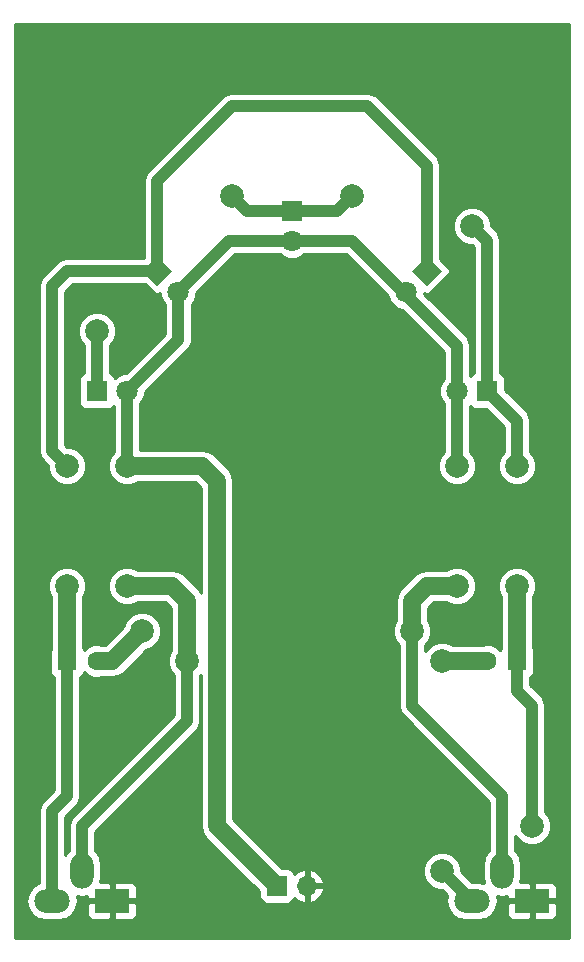
<source format=gtl>
G04 #@! TF.FileFunction,Copper,L1,Top,Signal*
%FSLAX46Y46*%
G04 Gerber Fmt 4.6, Leading zero omitted, Abs format (unit mm)*
G04 Created by KiCad (PCBNEW 4.0.5-e0-6337~49~ubuntu16.04.1) date Sat May 13 14:24:54 2017*
%MOMM*%
%LPD*%
G01*
G04 APERTURE LIST*
%ADD10C,0.100000*%
%ADD11C,1.800000*%
%ADD12R,1.800000X1.800000*%
%ADD13O,2.000000X3.000000*%
%ADD14R,3.000000X2.000000*%
%ADD15O,3.000000X2.000000*%
%ADD16C,1.998980*%
%ADD17R,1.600000X1.600000*%
%ADD18C,1.600000*%
%ADD19R,1.700000X1.700000*%
%ADD20O,1.700000X1.700000*%
%ADD21C,2.000000*%
%ADD22C,1.000000*%
%ADD23C,1.500000*%
%ADD24C,0.254000*%
G04 APERTURE END LIST*
D10*
G36*
X11427208Y57150000D02*
X12700000Y58422792D01*
X13972792Y57150000D01*
X12700000Y55877208D01*
X11427208Y57150000D01*
X11427208Y57150000D01*
G37*
D11*
X14496051Y55353949D03*
D10*
G36*
X35560000Y58422792D02*
X36832792Y57150000D01*
X35560000Y55877208D01*
X34287208Y57150000D01*
X35560000Y58422792D01*
X35560000Y58422792D01*
G37*
D11*
X33763949Y55353949D03*
D12*
X7620000Y46990000D03*
D11*
X10160000Y46990000D03*
D12*
X24130000Y62230000D03*
D11*
X24130000Y59690000D03*
D12*
X40640000Y46990000D03*
D11*
X38100000Y46990000D03*
D13*
X6350000Y6350000D03*
D14*
X8890000Y3810000D03*
D15*
X3810000Y3810000D03*
D13*
X41910000Y6350000D03*
D14*
X44450000Y3810000D03*
D15*
X39370000Y3810000D03*
D16*
X5080000Y40640000D03*
X5080000Y30480000D03*
X43180000Y40640000D03*
X43180000Y30480000D03*
X10160000Y40640000D03*
X10160000Y30480000D03*
X38100000Y40640000D03*
X38100000Y30480000D03*
D17*
X5080000Y24130000D03*
D18*
X7580000Y24130000D03*
D17*
X43180000Y24130000D03*
D18*
X40680000Y24130000D03*
D19*
X22860000Y5080000D03*
D20*
X25400000Y5080000D03*
D21*
X39370000Y60960000D03*
X29210000Y63500000D03*
X19050000Y63500000D03*
X7620000Y52070000D03*
X15240000Y24130000D03*
X36830000Y24130000D03*
X34290000Y26670000D03*
X11430000Y26670000D03*
X44450000Y10160000D03*
X36830000Y6350000D03*
D22*
X24130000Y62230000D02*
X27940000Y62230000D01*
X40640000Y59690000D02*
X40640000Y46990000D01*
X39370000Y60960000D02*
X40640000Y59690000D01*
X27940000Y62230000D02*
X29210000Y63500000D01*
X7620000Y46990000D02*
X7620000Y52070000D01*
X20320000Y62230000D02*
X24130000Y62230000D01*
X19050000Y63500000D02*
X20320000Y62230000D01*
X40640000Y46990000D02*
X43180000Y44450000D01*
X43180000Y44450000D02*
X43180000Y40640000D01*
X24130000Y59690000D02*
X18832102Y59690000D01*
X18832102Y59690000D02*
X14496051Y55353949D01*
X33763949Y55353949D02*
X33546051Y55353949D01*
X33546051Y55353949D02*
X29210000Y59690000D01*
X29210000Y59690000D02*
X24130000Y59690000D01*
X38100000Y40640000D02*
X38100000Y46990000D01*
X38100000Y46990000D02*
X38100000Y50800000D01*
X38100000Y50800000D02*
X33763949Y55136051D01*
X33763949Y55136051D02*
X33763949Y55353949D01*
X10160000Y40640000D02*
X10160000Y46990000D01*
X10160000Y46990000D02*
X14496051Y51326051D01*
X14496051Y51326051D02*
X14496051Y55353949D01*
D23*
X10160000Y40640000D02*
X16510000Y40640000D01*
X17780000Y10160000D02*
X22860000Y5080000D01*
X17780000Y39370000D02*
X17780000Y10160000D01*
X16510000Y40640000D02*
X17780000Y39370000D01*
D22*
X5080000Y40640000D02*
X3810000Y41910000D01*
X5080000Y57150000D02*
X12700000Y57150000D01*
X3810000Y55880000D02*
X5080000Y57150000D01*
X3810000Y41910000D02*
X3810000Y55880000D01*
X12700000Y57150000D02*
X12700000Y64770000D01*
X12700000Y64770000D02*
X19050000Y71120000D01*
X19050000Y71120000D02*
X30480000Y71120000D01*
X30480000Y71120000D02*
X35560000Y66040000D01*
X35560000Y66040000D02*
X35560000Y57150000D01*
X6350000Y6350000D02*
X6350000Y10160000D01*
X15240000Y19050000D02*
X15240000Y24130000D01*
X6350000Y10160000D02*
X15240000Y19050000D01*
D23*
X40680000Y24130000D02*
X36830000Y24130000D01*
X10160000Y30480000D02*
X13970000Y30480000D01*
X15240000Y29210000D02*
X15240000Y24130000D01*
X13970000Y30480000D02*
X15240000Y29210000D01*
D22*
X5080000Y24130000D02*
X5080000Y12700000D01*
X3810000Y11430000D02*
X3810000Y3810000D01*
X5080000Y12700000D02*
X3810000Y11430000D01*
D23*
X5080000Y24130000D02*
X5080000Y30480000D01*
D22*
X41910000Y6350000D02*
X41910000Y12700000D01*
X34290000Y20320000D02*
X34290000Y26670000D01*
X41910000Y12700000D02*
X34290000Y20320000D01*
D23*
X7580000Y24130000D02*
X8890000Y24130000D01*
X8890000Y24130000D02*
X11430000Y26670000D01*
X38100000Y30480000D02*
X35560000Y30480000D01*
X34290000Y29210000D02*
X34290000Y26670000D01*
X35560000Y30480000D02*
X34290000Y29210000D01*
D22*
X39370000Y3810000D02*
X36830000Y6350000D01*
X43180000Y21590000D02*
X43180000Y24130000D01*
X44450000Y20320000D02*
X43180000Y21590000D01*
X44450000Y10160000D02*
X44450000Y20320000D01*
D23*
X43180000Y24130000D02*
X43180000Y30480000D01*
D24*
G36*
X47550000Y710000D02*
X710000Y710000D01*
X710000Y3810000D01*
X1633173Y3810000D01*
X1757630Y3184313D01*
X2112053Y2653880D01*
X2642486Y2299457D01*
X3268173Y2175000D01*
X4351827Y2175000D01*
X4977514Y2299457D01*
X5507947Y2653880D01*
X5862370Y3184313D01*
X5929987Y3524250D01*
X6755000Y3524250D01*
X6755000Y2683691D01*
X6851673Y2450302D01*
X7030301Y2271673D01*
X7263690Y2175000D01*
X8604250Y2175000D01*
X8763000Y2333750D01*
X8763000Y3683000D01*
X9017000Y3683000D01*
X9017000Y2333750D01*
X9175750Y2175000D01*
X10516310Y2175000D01*
X10749699Y2271673D01*
X10928327Y2450302D01*
X11025000Y2683691D01*
X11025000Y3524250D01*
X10866250Y3683000D01*
X9017000Y3683000D01*
X8763000Y3683000D01*
X6913750Y3683000D01*
X6755000Y3524250D01*
X5929987Y3524250D01*
X5986827Y3810000D01*
X5896650Y4263350D01*
X6350000Y4173173D01*
X6755000Y4253733D01*
X6755000Y4095750D01*
X6913750Y3937000D01*
X8763000Y3937000D01*
X8763000Y5286250D01*
X9017000Y5286250D01*
X9017000Y3937000D01*
X10866250Y3937000D01*
X11025000Y4095750D01*
X11025000Y4936309D01*
X10928327Y5169698D01*
X10749699Y5348327D01*
X10516310Y5445000D01*
X9175750Y5445000D01*
X9017000Y5286250D01*
X8763000Y5286250D01*
X8604250Y5445000D01*
X7912760Y5445000D01*
X7985000Y5808173D01*
X7985000Y6891827D01*
X7860543Y7517514D01*
X7506120Y8047947D01*
X7485000Y8062059D01*
X7485000Y9689868D01*
X16042567Y18247434D01*
X16288604Y18615655D01*
X16375000Y19050000D01*
X16375000Y22952796D01*
X16395000Y22972761D01*
X16395000Y10160000D01*
X16500427Y9629983D01*
X16764308Y9235057D01*
X16800657Y9180657D01*
X21362560Y4618754D01*
X21362560Y4230000D01*
X21406838Y3994683D01*
X21545910Y3778559D01*
X21758110Y3633569D01*
X22010000Y3582560D01*
X23710000Y3582560D01*
X23945317Y3626838D01*
X24161441Y3765910D01*
X24306431Y3978110D01*
X24328301Y4086107D01*
X24633076Y3808355D01*
X25043110Y3638524D01*
X25273000Y3759845D01*
X25273000Y4953000D01*
X25527000Y4953000D01*
X25527000Y3759845D01*
X25756890Y3638524D01*
X26166924Y3808355D01*
X26595183Y4198642D01*
X26841486Y4723108D01*
X26720819Y4953000D01*
X25527000Y4953000D01*
X25273000Y4953000D01*
X25253000Y4953000D01*
X25253000Y5207000D01*
X25273000Y5207000D01*
X25273000Y6400155D01*
X25527000Y6400155D01*
X25527000Y5207000D01*
X26720819Y5207000D01*
X26841486Y5436892D01*
X26595183Y5961358D01*
X26166924Y6351645D01*
X25756890Y6521476D01*
X25527000Y6400155D01*
X25273000Y6400155D01*
X25043110Y6521476D01*
X24633076Y6351645D01*
X24330063Y6075499D01*
X24313162Y6165317D01*
X24174090Y6381441D01*
X23961890Y6526431D01*
X23710000Y6577440D01*
X23321246Y6577440D01*
X19165000Y10733686D01*
X19165000Y26346205D01*
X32654716Y26346205D01*
X32903106Y25745057D01*
X33155000Y25492722D01*
X33155000Y20320000D01*
X33241397Y19885654D01*
X33487434Y19517434D01*
X40775000Y12229868D01*
X40775000Y8062059D01*
X40753880Y8047947D01*
X40399457Y7517514D01*
X40275000Y6891827D01*
X40275000Y5808173D01*
X40365177Y5354823D01*
X39911827Y5445000D01*
X39340133Y5445000D01*
X38464975Y6320157D01*
X38465284Y6673795D01*
X38216894Y7274943D01*
X37757363Y7735278D01*
X37156648Y7984716D01*
X36506205Y7985284D01*
X35905057Y7736894D01*
X35444722Y7277363D01*
X35195284Y6676648D01*
X35194716Y6026205D01*
X35443106Y5425057D01*
X35902637Y4964722D01*
X36503352Y4715284D01*
X36859895Y4714973D01*
X37288023Y4286844D01*
X37193173Y3810000D01*
X37317630Y3184313D01*
X37672053Y2653880D01*
X38202486Y2299457D01*
X38828173Y2175000D01*
X39911827Y2175000D01*
X40537514Y2299457D01*
X41067947Y2653880D01*
X41422370Y3184313D01*
X41489987Y3524250D01*
X42315000Y3524250D01*
X42315000Y2683691D01*
X42411673Y2450302D01*
X42590301Y2271673D01*
X42823690Y2175000D01*
X44164250Y2175000D01*
X44323000Y2333750D01*
X44323000Y3683000D01*
X44577000Y3683000D01*
X44577000Y2333750D01*
X44735750Y2175000D01*
X46076310Y2175000D01*
X46309699Y2271673D01*
X46488327Y2450302D01*
X46585000Y2683691D01*
X46585000Y3524250D01*
X46426250Y3683000D01*
X44577000Y3683000D01*
X44323000Y3683000D01*
X42473750Y3683000D01*
X42315000Y3524250D01*
X41489987Y3524250D01*
X41546827Y3810000D01*
X41456650Y4263350D01*
X41910000Y4173173D01*
X42315000Y4253733D01*
X42315000Y4095750D01*
X42473750Y3937000D01*
X44323000Y3937000D01*
X44323000Y5286250D01*
X44577000Y5286250D01*
X44577000Y3937000D01*
X46426250Y3937000D01*
X46585000Y4095750D01*
X46585000Y4936309D01*
X46488327Y5169698D01*
X46309699Y5348327D01*
X46076310Y5445000D01*
X44735750Y5445000D01*
X44577000Y5286250D01*
X44323000Y5286250D01*
X44164250Y5445000D01*
X43472760Y5445000D01*
X43545000Y5808173D01*
X43545000Y6891827D01*
X43420543Y7517514D01*
X43066120Y8047947D01*
X43045000Y8062059D01*
X43045000Y9278877D01*
X43063106Y9235057D01*
X43522637Y8774722D01*
X44123352Y8525284D01*
X44773795Y8524716D01*
X45374943Y8773106D01*
X45835278Y9232637D01*
X46084716Y9833352D01*
X46085284Y10483795D01*
X45836894Y11084943D01*
X45585000Y11337278D01*
X45585000Y20320000D01*
X45498603Y20754346D01*
X45252566Y21122566D01*
X44315000Y22060132D01*
X44315000Y22790982D01*
X44431441Y22865910D01*
X44576431Y23078110D01*
X44627440Y23330000D01*
X44627440Y24930000D01*
X44583162Y25165317D01*
X44565000Y25193542D01*
X44565000Y29553298D01*
X44814206Y30153453D01*
X44814774Y30803694D01*
X44566462Y31404655D01*
X44107073Y31864846D01*
X43506547Y32114206D01*
X42856306Y32114774D01*
X42255345Y31866462D01*
X41795154Y31407073D01*
X41545794Y30806547D01*
X41545226Y30156306D01*
X41793538Y29555345D01*
X41795000Y29553880D01*
X41795000Y25198620D01*
X41783569Y25181890D01*
X41762320Y25076959D01*
X41493923Y25345824D01*
X40966691Y25564750D01*
X40395813Y25565248D01*
X40274203Y25515000D01*
X37757641Y25515000D01*
X37757363Y25515278D01*
X37156648Y25764716D01*
X36506205Y25765284D01*
X35905057Y25516894D01*
X35444722Y25057363D01*
X35425000Y25009867D01*
X35425000Y25492796D01*
X35675278Y25742637D01*
X35924716Y26343352D01*
X35925284Y26993795D01*
X35676894Y27594943D01*
X35675000Y27596840D01*
X35675000Y28636314D01*
X36133686Y29095000D01*
X37173298Y29095000D01*
X37773453Y28845794D01*
X38423694Y28845226D01*
X39024655Y29093538D01*
X39484846Y29552927D01*
X39734206Y30153453D01*
X39734774Y30803694D01*
X39486462Y31404655D01*
X39027073Y31864846D01*
X38426547Y32114206D01*
X37776306Y32114774D01*
X37175345Y31866462D01*
X37173880Y31865000D01*
X35560000Y31865000D01*
X35029983Y31759573D01*
X34580657Y31459343D01*
X33310657Y30189343D01*
X33010427Y29740017D01*
X32905000Y29210000D01*
X32905000Y27597641D01*
X32904722Y27597363D01*
X32655284Y26996648D01*
X32654716Y26346205D01*
X19165000Y26346205D01*
X19165000Y39370000D01*
X19059573Y39900017D01*
X18759343Y40349343D01*
X17489343Y41619343D01*
X17040017Y41919573D01*
X16510000Y42025000D01*
X11295000Y42025000D01*
X11295000Y45954095D01*
X11460551Y46119357D01*
X11694733Y46683330D01*
X11694939Y46919807D01*
X15298617Y50523485D01*
X15406352Y50684722D01*
X15544654Y50891705D01*
X15631051Y51326051D01*
X15631051Y54318044D01*
X15796602Y54483306D01*
X16030784Y55047279D01*
X16030990Y55283756D01*
X19302234Y58555000D01*
X23094095Y58555000D01*
X23259357Y58389449D01*
X23823330Y58155267D01*
X24433991Y58154735D01*
X24998371Y58387932D01*
X25165731Y58555000D01*
X28739868Y58555000D01*
X32228698Y55066170D01*
X32228684Y55049958D01*
X32461881Y54485578D01*
X32893306Y54053398D01*
X33457279Y53819216D01*
X33475668Y53819200D01*
X36965000Y50329868D01*
X36965000Y48025905D01*
X36799449Y47860643D01*
X36565267Y47296670D01*
X36564735Y46686009D01*
X36797932Y46121629D01*
X36965000Y45954269D01*
X36965000Y41816484D01*
X36715154Y41567073D01*
X36465794Y40966547D01*
X36465226Y40316306D01*
X36713538Y39715345D01*
X37172927Y39255154D01*
X37773453Y39005794D01*
X38423694Y39005226D01*
X39024655Y39253538D01*
X39484846Y39712927D01*
X39734206Y40313453D01*
X39734774Y40963694D01*
X39486462Y41564655D01*
X39235000Y41816556D01*
X39235000Y45702135D01*
X39275910Y45638559D01*
X39488110Y45493569D01*
X39740000Y45442560D01*
X40582308Y45442560D01*
X42045000Y43979867D01*
X42045000Y41816484D01*
X41795154Y41567073D01*
X41545794Y40966547D01*
X41545226Y40316306D01*
X41793538Y39715345D01*
X42252927Y39255154D01*
X42853453Y39005794D01*
X43503694Y39005226D01*
X44104655Y39253538D01*
X44564846Y39712927D01*
X44814206Y40313453D01*
X44814774Y40963694D01*
X44566462Y41564655D01*
X44315000Y41816556D01*
X44315000Y44450000D01*
X44228603Y44884346D01*
X43982566Y45252567D01*
X42187440Y47047692D01*
X42187440Y47890000D01*
X42143162Y48125317D01*
X42004090Y48341441D01*
X41791890Y48486431D01*
X41775000Y48489851D01*
X41775000Y59690000D01*
X41688603Y60124346D01*
X41442566Y60492566D01*
X41004975Y60930157D01*
X41005284Y61283795D01*
X40756894Y61884943D01*
X40297363Y62345278D01*
X39696648Y62594716D01*
X39046205Y62595284D01*
X38445057Y62346894D01*
X37984722Y61887363D01*
X37735284Y61286648D01*
X37734716Y60636205D01*
X37983106Y60035057D01*
X38442637Y59574722D01*
X39043352Y59325284D01*
X39399895Y59324973D01*
X39505000Y59219868D01*
X39505000Y48493222D01*
X39504683Y48493162D01*
X39288559Y48354090D01*
X39235000Y48275704D01*
X39235000Y50800000D01*
X39148603Y51234346D01*
X38902566Y51602566D01*
X35298821Y55206311D01*
X35298889Y55285001D01*
X35299894Y55284314D01*
X35551056Y55229830D01*
X35803627Y55277354D01*
X36017809Y55419399D01*
X37290601Y56692191D01*
X37425686Y56889894D01*
X37480170Y57141056D01*
X37432646Y57393627D01*
X37290601Y57607809D01*
X36695000Y58203410D01*
X36695000Y66040000D01*
X36608603Y66474346D01*
X36362566Y66842566D01*
X31282566Y71922566D01*
X30914346Y72168603D01*
X30480000Y72255000D01*
X19050000Y72255000D01*
X18615654Y72168603D01*
X18247434Y71922566D01*
X11897434Y65572566D01*
X11651397Y65204346D01*
X11565000Y64770000D01*
X11565000Y58285000D01*
X5080000Y58285000D01*
X4645654Y58198603D01*
X4277434Y57952566D01*
X3007434Y56682566D01*
X2761397Y56314346D01*
X2675000Y55880000D01*
X2675000Y41910000D01*
X2761397Y41475654D01*
X2783506Y41442566D01*
X3007434Y41107434D01*
X3445534Y40669334D01*
X3445226Y40316306D01*
X3693538Y39715345D01*
X4152927Y39255154D01*
X4753453Y39005794D01*
X5403694Y39005226D01*
X6004655Y39253538D01*
X6464846Y39712927D01*
X6714206Y40313453D01*
X6714774Y40963694D01*
X6466462Y41564655D01*
X6007073Y42024846D01*
X5406547Y42274206D01*
X5050615Y42274517D01*
X4945000Y42380132D01*
X4945000Y55409868D01*
X5550132Y56015000D01*
X11646590Y56015000D01*
X12242191Y55419399D01*
X12439894Y55284314D01*
X12691056Y55229830D01*
X12943627Y55277354D01*
X12960994Y55288872D01*
X12960786Y55049958D01*
X13193983Y54485578D01*
X13361051Y54318218D01*
X13361051Y51796183D01*
X10089929Y48525061D01*
X9856009Y48525265D01*
X9291629Y48292068D01*
X9123387Y48124120D01*
X9123162Y48125317D01*
X8984090Y48341441D01*
X8771890Y48486431D01*
X8755000Y48489851D01*
X8755000Y50892796D01*
X9005278Y51142637D01*
X9254716Y51743352D01*
X9255284Y52393795D01*
X9006894Y52994943D01*
X8547363Y53455278D01*
X7946648Y53704716D01*
X7296205Y53705284D01*
X6695057Y53456894D01*
X6234722Y52997363D01*
X5985284Y52396648D01*
X5984716Y51746205D01*
X6233106Y51145057D01*
X6485000Y50892722D01*
X6485000Y48493222D01*
X6484683Y48493162D01*
X6268559Y48354090D01*
X6123569Y48141890D01*
X6072560Y47890000D01*
X6072560Y46090000D01*
X6116838Y45854683D01*
X6255910Y45638559D01*
X6468110Y45493569D01*
X6720000Y45442560D01*
X8520000Y45442560D01*
X8755317Y45486838D01*
X8971441Y45625910D01*
X9025000Y45704296D01*
X9025000Y41816484D01*
X8775154Y41567073D01*
X8525794Y40966547D01*
X8525226Y40316306D01*
X8773538Y39715345D01*
X9232927Y39255154D01*
X9833453Y39005794D01*
X10483694Y39005226D01*
X11084655Y39253538D01*
X11086120Y39255000D01*
X15936314Y39255000D01*
X16395000Y38796314D01*
X16395000Y29926454D01*
X16219343Y30189343D01*
X14949343Y31459343D01*
X14500017Y31759573D01*
X13970000Y31865000D01*
X11086702Y31865000D01*
X10486547Y32114206D01*
X9836306Y32114774D01*
X9235345Y31866462D01*
X8775154Y31407073D01*
X8525794Y30806547D01*
X8525226Y30156306D01*
X8773538Y29555345D01*
X9232927Y29095154D01*
X9833453Y28845794D01*
X10483694Y28845226D01*
X11084655Y29093538D01*
X11086120Y29095000D01*
X13396314Y29095000D01*
X13855000Y28636314D01*
X13855000Y25057641D01*
X13854722Y25057363D01*
X13605284Y24456648D01*
X13604716Y23806205D01*
X13853106Y23205057D01*
X14105000Y22952722D01*
X14105000Y19520133D01*
X5547434Y10962566D01*
X5301397Y10594346D01*
X5215000Y10160000D01*
X5215000Y8062059D01*
X5193880Y8047947D01*
X4945000Y7675471D01*
X4945000Y10959868D01*
X5882566Y11897434D01*
X6106494Y12232566D01*
X6128603Y12265654D01*
X6215000Y12700000D01*
X6215000Y22790982D01*
X6331441Y22865910D01*
X6476431Y23078110D01*
X6497680Y23183041D01*
X6766077Y22914176D01*
X7293309Y22695250D01*
X7864187Y22694752D01*
X7985797Y22745000D01*
X8890000Y22745000D01*
X9420017Y22850427D01*
X9869343Y23150657D01*
X11753402Y25034716D01*
X11753795Y25034716D01*
X12354943Y25283106D01*
X12815278Y25742637D01*
X13064716Y26343352D01*
X13065284Y26993795D01*
X12816894Y27594943D01*
X12357363Y28055278D01*
X11756648Y28304716D01*
X11106205Y28305284D01*
X10505057Y28056894D01*
X10044722Y27597363D01*
X9795284Y26996648D01*
X9795282Y26993968D01*
X8316314Y25515000D01*
X7986502Y25515000D01*
X7866691Y25564750D01*
X7295813Y25565248D01*
X6768200Y25347243D01*
X6499417Y25078928D01*
X6483162Y25165317D01*
X6465000Y25193542D01*
X6465000Y29553298D01*
X6714206Y30153453D01*
X6714774Y30803694D01*
X6466462Y31404655D01*
X6007073Y31864846D01*
X5406547Y32114206D01*
X4756306Y32114774D01*
X4155345Y31866462D01*
X3695154Y31407073D01*
X3445794Y30806547D01*
X3445226Y30156306D01*
X3693538Y29555345D01*
X3695000Y29553880D01*
X3695000Y25198620D01*
X3683569Y25181890D01*
X3632560Y24930000D01*
X3632560Y23330000D01*
X3676838Y23094683D01*
X3815910Y22878559D01*
X3945000Y22790356D01*
X3945000Y13170132D01*
X3007434Y12232566D01*
X2761397Y11864346D01*
X2675000Y11430000D01*
X2675000Y5327010D01*
X2642486Y5320543D01*
X2112053Y4966120D01*
X1757630Y4435687D01*
X1633173Y3810000D01*
X710000Y3810000D01*
X710000Y78030000D01*
X47550000Y78030000D01*
X47550000Y710000D01*
X47550000Y710000D01*
G37*
X47550000Y710000D02*
X710000Y710000D01*
X710000Y3810000D01*
X1633173Y3810000D01*
X1757630Y3184313D01*
X2112053Y2653880D01*
X2642486Y2299457D01*
X3268173Y2175000D01*
X4351827Y2175000D01*
X4977514Y2299457D01*
X5507947Y2653880D01*
X5862370Y3184313D01*
X5929987Y3524250D01*
X6755000Y3524250D01*
X6755000Y2683691D01*
X6851673Y2450302D01*
X7030301Y2271673D01*
X7263690Y2175000D01*
X8604250Y2175000D01*
X8763000Y2333750D01*
X8763000Y3683000D01*
X9017000Y3683000D01*
X9017000Y2333750D01*
X9175750Y2175000D01*
X10516310Y2175000D01*
X10749699Y2271673D01*
X10928327Y2450302D01*
X11025000Y2683691D01*
X11025000Y3524250D01*
X10866250Y3683000D01*
X9017000Y3683000D01*
X8763000Y3683000D01*
X6913750Y3683000D01*
X6755000Y3524250D01*
X5929987Y3524250D01*
X5986827Y3810000D01*
X5896650Y4263350D01*
X6350000Y4173173D01*
X6755000Y4253733D01*
X6755000Y4095750D01*
X6913750Y3937000D01*
X8763000Y3937000D01*
X8763000Y5286250D01*
X9017000Y5286250D01*
X9017000Y3937000D01*
X10866250Y3937000D01*
X11025000Y4095750D01*
X11025000Y4936309D01*
X10928327Y5169698D01*
X10749699Y5348327D01*
X10516310Y5445000D01*
X9175750Y5445000D01*
X9017000Y5286250D01*
X8763000Y5286250D01*
X8604250Y5445000D01*
X7912760Y5445000D01*
X7985000Y5808173D01*
X7985000Y6891827D01*
X7860543Y7517514D01*
X7506120Y8047947D01*
X7485000Y8062059D01*
X7485000Y9689868D01*
X16042567Y18247434D01*
X16288604Y18615655D01*
X16375000Y19050000D01*
X16375000Y22952796D01*
X16395000Y22972761D01*
X16395000Y10160000D01*
X16500427Y9629983D01*
X16764308Y9235057D01*
X16800657Y9180657D01*
X21362560Y4618754D01*
X21362560Y4230000D01*
X21406838Y3994683D01*
X21545910Y3778559D01*
X21758110Y3633569D01*
X22010000Y3582560D01*
X23710000Y3582560D01*
X23945317Y3626838D01*
X24161441Y3765910D01*
X24306431Y3978110D01*
X24328301Y4086107D01*
X24633076Y3808355D01*
X25043110Y3638524D01*
X25273000Y3759845D01*
X25273000Y4953000D01*
X25527000Y4953000D01*
X25527000Y3759845D01*
X25756890Y3638524D01*
X26166924Y3808355D01*
X26595183Y4198642D01*
X26841486Y4723108D01*
X26720819Y4953000D01*
X25527000Y4953000D01*
X25273000Y4953000D01*
X25253000Y4953000D01*
X25253000Y5207000D01*
X25273000Y5207000D01*
X25273000Y6400155D01*
X25527000Y6400155D01*
X25527000Y5207000D01*
X26720819Y5207000D01*
X26841486Y5436892D01*
X26595183Y5961358D01*
X26166924Y6351645D01*
X25756890Y6521476D01*
X25527000Y6400155D01*
X25273000Y6400155D01*
X25043110Y6521476D01*
X24633076Y6351645D01*
X24330063Y6075499D01*
X24313162Y6165317D01*
X24174090Y6381441D01*
X23961890Y6526431D01*
X23710000Y6577440D01*
X23321246Y6577440D01*
X19165000Y10733686D01*
X19165000Y26346205D01*
X32654716Y26346205D01*
X32903106Y25745057D01*
X33155000Y25492722D01*
X33155000Y20320000D01*
X33241397Y19885654D01*
X33487434Y19517434D01*
X40775000Y12229868D01*
X40775000Y8062059D01*
X40753880Y8047947D01*
X40399457Y7517514D01*
X40275000Y6891827D01*
X40275000Y5808173D01*
X40365177Y5354823D01*
X39911827Y5445000D01*
X39340133Y5445000D01*
X38464975Y6320157D01*
X38465284Y6673795D01*
X38216894Y7274943D01*
X37757363Y7735278D01*
X37156648Y7984716D01*
X36506205Y7985284D01*
X35905057Y7736894D01*
X35444722Y7277363D01*
X35195284Y6676648D01*
X35194716Y6026205D01*
X35443106Y5425057D01*
X35902637Y4964722D01*
X36503352Y4715284D01*
X36859895Y4714973D01*
X37288023Y4286844D01*
X37193173Y3810000D01*
X37317630Y3184313D01*
X37672053Y2653880D01*
X38202486Y2299457D01*
X38828173Y2175000D01*
X39911827Y2175000D01*
X40537514Y2299457D01*
X41067947Y2653880D01*
X41422370Y3184313D01*
X41489987Y3524250D01*
X42315000Y3524250D01*
X42315000Y2683691D01*
X42411673Y2450302D01*
X42590301Y2271673D01*
X42823690Y2175000D01*
X44164250Y2175000D01*
X44323000Y2333750D01*
X44323000Y3683000D01*
X44577000Y3683000D01*
X44577000Y2333750D01*
X44735750Y2175000D01*
X46076310Y2175000D01*
X46309699Y2271673D01*
X46488327Y2450302D01*
X46585000Y2683691D01*
X46585000Y3524250D01*
X46426250Y3683000D01*
X44577000Y3683000D01*
X44323000Y3683000D01*
X42473750Y3683000D01*
X42315000Y3524250D01*
X41489987Y3524250D01*
X41546827Y3810000D01*
X41456650Y4263350D01*
X41910000Y4173173D01*
X42315000Y4253733D01*
X42315000Y4095750D01*
X42473750Y3937000D01*
X44323000Y3937000D01*
X44323000Y5286250D01*
X44577000Y5286250D01*
X44577000Y3937000D01*
X46426250Y3937000D01*
X46585000Y4095750D01*
X46585000Y4936309D01*
X46488327Y5169698D01*
X46309699Y5348327D01*
X46076310Y5445000D01*
X44735750Y5445000D01*
X44577000Y5286250D01*
X44323000Y5286250D01*
X44164250Y5445000D01*
X43472760Y5445000D01*
X43545000Y5808173D01*
X43545000Y6891827D01*
X43420543Y7517514D01*
X43066120Y8047947D01*
X43045000Y8062059D01*
X43045000Y9278877D01*
X43063106Y9235057D01*
X43522637Y8774722D01*
X44123352Y8525284D01*
X44773795Y8524716D01*
X45374943Y8773106D01*
X45835278Y9232637D01*
X46084716Y9833352D01*
X46085284Y10483795D01*
X45836894Y11084943D01*
X45585000Y11337278D01*
X45585000Y20320000D01*
X45498603Y20754346D01*
X45252566Y21122566D01*
X44315000Y22060132D01*
X44315000Y22790982D01*
X44431441Y22865910D01*
X44576431Y23078110D01*
X44627440Y23330000D01*
X44627440Y24930000D01*
X44583162Y25165317D01*
X44565000Y25193542D01*
X44565000Y29553298D01*
X44814206Y30153453D01*
X44814774Y30803694D01*
X44566462Y31404655D01*
X44107073Y31864846D01*
X43506547Y32114206D01*
X42856306Y32114774D01*
X42255345Y31866462D01*
X41795154Y31407073D01*
X41545794Y30806547D01*
X41545226Y30156306D01*
X41793538Y29555345D01*
X41795000Y29553880D01*
X41795000Y25198620D01*
X41783569Y25181890D01*
X41762320Y25076959D01*
X41493923Y25345824D01*
X40966691Y25564750D01*
X40395813Y25565248D01*
X40274203Y25515000D01*
X37757641Y25515000D01*
X37757363Y25515278D01*
X37156648Y25764716D01*
X36506205Y25765284D01*
X35905057Y25516894D01*
X35444722Y25057363D01*
X35425000Y25009867D01*
X35425000Y25492796D01*
X35675278Y25742637D01*
X35924716Y26343352D01*
X35925284Y26993795D01*
X35676894Y27594943D01*
X35675000Y27596840D01*
X35675000Y28636314D01*
X36133686Y29095000D01*
X37173298Y29095000D01*
X37773453Y28845794D01*
X38423694Y28845226D01*
X39024655Y29093538D01*
X39484846Y29552927D01*
X39734206Y30153453D01*
X39734774Y30803694D01*
X39486462Y31404655D01*
X39027073Y31864846D01*
X38426547Y32114206D01*
X37776306Y32114774D01*
X37175345Y31866462D01*
X37173880Y31865000D01*
X35560000Y31865000D01*
X35029983Y31759573D01*
X34580657Y31459343D01*
X33310657Y30189343D01*
X33010427Y29740017D01*
X32905000Y29210000D01*
X32905000Y27597641D01*
X32904722Y27597363D01*
X32655284Y26996648D01*
X32654716Y26346205D01*
X19165000Y26346205D01*
X19165000Y39370000D01*
X19059573Y39900017D01*
X18759343Y40349343D01*
X17489343Y41619343D01*
X17040017Y41919573D01*
X16510000Y42025000D01*
X11295000Y42025000D01*
X11295000Y45954095D01*
X11460551Y46119357D01*
X11694733Y46683330D01*
X11694939Y46919807D01*
X15298617Y50523485D01*
X15406352Y50684722D01*
X15544654Y50891705D01*
X15631051Y51326051D01*
X15631051Y54318044D01*
X15796602Y54483306D01*
X16030784Y55047279D01*
X16030990Y55283756D01*
X19302234Y58555000D01*
X23094095Y58555000D01*
X23259357Y58389449D01*
X23823330Y58155267D01*
X24433991Y58154735D01*
X24998371Y58387932D01*
X25165731Y58555000D01*
X28739868Y58555000D01*
X32228698Y55066170D01*
X32228684Y55049958D01*
X32461881Y54485578D01*
X32893306Y54053398D01*
X33457279Y53819216D01*
X33475668Y53819200D01*
X36965000Y50329868D01*
X36965000Y48025905D01*
X36799449Y47860643D01*
X36565267Y47296670D01*
X36564735Y46686009D01*
X36797932Y46121629D01*
X36965000Y45954269D01*
X36965000Y41816484D01*
X36715154Y41567073D01*
X36465794Y40966547D01*
X36465226Y40316306D01*
X36713538Y39715345D01*
X37172927Y39255154D01*
X37773453Y39005794D01*
X38423694Y39005226D01*
X39024655Y39253538D01*
X39484846Y39712927D01*
X39734206Y40313453D01*
X39734774Y40963694D01*
X39486462Y41564655D01*
X39235000Y41816556D01*
X39235000Y45702135D01*
X39275910Y45638559D01*
X39488110Y45493569D01*
X39740000Y45442560D01*
X40582308Y45442560D01*
X42045000Y43979867D01*
X42045000Y41816484D01*
X41795154Y41567073D01*
X41545794Y40966547D01*
X41545226Y40316306D01*
X41793538Y39715345D01*
X42252927Y39255154D01*
X42853453Y39005794D01*
X43503694Y39005226D01*
X44104655Y39253538D01*
X44564846Y39712927D01*
X44814206Y40313453D01*
X44814774Y40963694D01*
X44566462Y41564655D01*
X44315000Y41816556D01*
X44315000Y44450000D01*
X44228603Y44884346D01*
X43982566Y45252567D01*
X42187440Y47047692D01*
X42187440Y47890000D01*
X42143162Y48125317D01*
X42004090Y48341441D01*
X41791890Y48486431D01*
X41775000Y48489851D01*
X41775000Y59690000D01*
X41688603Y60124346D01*
X41442566Y60492566D01*
X41004975Y60930157D01*
X41005284Y61283795D01*
X40756894Y61884943D01*
X40297363Y62345278D01*
X39696648Y62594716D01*
X39046205Y62595284D01*
X38445057Y62346894D01*
X37984722Y61887363D01*
X37735284Y61286648D01*
X37734716Y60636205D01*
X37983106Y60035057D01*
X38442637Y59574722D01*
X39043352Y59325284D01*
X39399895Y59324973D01*
X39505000Y59219868D01*
X39505000Y48493222D01*
X39504683Y48493162D01*
X39288559Y48354090D01*
X39235000Y48275704D01*
X39235000Y50800000D01*
X39148603Y51234346D01*
X38902566Y51602566D01*
X35298821Y55206311D01*
X35298889Y55285001D01*
X35299894Y55284314D01*
X35551056Y55229830D01*
X35803627Y55277354D01*
X36017809Y55419399D01*
X37290601Y56692191D01*
X37425686Y56889894D01*
X37480170Y57141056D01*
X37432646Y57393627D01*
X37290601Y57607809D01*
X36695000Y58203410D01*
X36695000Y66040000D01*
X36608603Y66474346D01*
X36362566Y66842566D01*
X31282566Y71922566D01*
X30914346Y72168603D01*
X30480000Y72255000D01*
X19050000Y72255000D01*
X18615654Y72168603D01*
X18247434Y71922566D01*
X11897434Y65572566D01*
X11651397Y65204346D01*
X11565000Y64770000D01*
X11565000Y58285000D01*
X5080000Y58285000D01*
X4645654Y58198603D01*
X4277434Y57952566D01*
X3007434Y56682566D01*
X2761397Y56314346D01*
X2675000Y55880000D01*
X2675000Y41910000D01*
X2761397Y41475654D01*
X2783506Y41442566D01*
X3007434Y41107434D01*
X3445534Y40669334D01*
X3445226Y40316306D01*
X3693538Y39715345D01*
X4152927Y39255154D01*
X4753453Y39005794D01*
X5403694Y39005226D01*
X6004655Y39253538D01*
X6464846Y39712927D01*
X6714206Y40313453D01*
X6714774Y40963694D01*
X6466462Y41564655D01*
X6007073Y42024846D01*
X5406547Y42274206D01*
X5050615Y42274517D01*
X4945000Y42380132D01*
X4945000Y55409868D01*
X5550132Y56015000D01*
X11646590Y56015000D01*
X12242191Y55419399D01*
X12439894Y55284314D01*
X12691056Y55229830D01*
X12943627Y55277354D01*
X12960994Y55288872D01*
X12960786Y55049958D01*
X13193983Y54485578D01*
X13361051Y54318218D01*
X13361051Y51796183D01*
X10089929Y48525061D01*
X9856009Y48525265D01*
X9291629Y48292068D01*
X9123387Y48124120D01*
X9123162Y48125317D01*
X8984090Y48341441D01*
X8771890Y48486431D01*
X8755000Y48489851D01*
X8755000Y50892796D01*
X9005278Y51142637D01*
X9254716Y51743352D01*
X9255284Y52393795D01*
X9006894Y52994943D01*
X8547363Y53455278D01*
X7946648Y53704716D01*
X7296205Y53705284D01*
X6695057Y53456894D01*
X6234722Y52997363D01*
X5985284Y52396648D01*
X5984716Y51746205D01*
X6233106Y51145057D01*
X6485000Y50892722D01*
X6485000Y48493222D01*
X6484683Y48493162D01*
X6268559Y48354090D01*
X6123569Y48141890D01*
X6072560Y47890000D01*
X6072560Y46090000D01*
X6116838Y45854683D01*
X6255910Y45638559D01*
X6468110Y45493569D01*
X6720000Y45442560D01*
X8520000Y45442560D01*
X8755317Y45486838D01*
X8971441Y45625910D01*
X9025000Y45704296D01*
X9025000Y41816484D01*
X8775154Y41567073D01*
X8525794Y40966547D01*
X8525226Y40316306D01*
X8773538Y39715345D01*
X9232927Y39255154D01*
X9833453Y39005794D01*
X10483694Y39005226D01*
X11084655Y39253538D01*
X11086120Y39255000D01*
X15936314Y39255000D01*
X16395000Y38796314D01*
X16395000Y29926454D01*
X16219343Y30189343D01*
X14949343Y31459343D01*
X14500017Y31759573D01*
X13970000Y31865000D01*
X11086702Y31865000D01*
X10486547Y32114206D01*
X9836306Y32114774D01*
X9235345Y31866462D01*
X8775154Y31407073D01*
X8525794Y30806547D01*
X8525226Y30156306D01*
X8773538Y29555345D01*
X9232927Y29095154D01*
X9833453Y28845794D01*
X10483694Y28845226D01*
X11084655Y29093538D01*
X11086120Y29095000D01*
X13396314Y29095000D01*
X13855000Y28636314D01*
X13855000Y25057641D01*
X13854722Y25057363D01*
X13605284Y24456648D01*
X13604716Y23806205D01*
X13853106Y23205057D01*
X14105000Y22952722D01*
X14105000Y19520133D01*
X5547434Y10962566D01*
X5301397Y10594346D01*
X5215000Y10160000D01*
X5215000Y8062059D01*
X5193880Y8047947D01*
X4945000Y7675471D01*
X4945000Y10959868D01*
X5882566Y11897434D01*
X6106494Y12232566D01*
X6128603Y12265654D01*
X6215000Y12700000D01*
X6215000Y22790982D01*
X6331441Y22865910D01*
X6476431Y23078110D01*
X6497680Y23183041D01*
X6766077Y22914176D01*
X7293309Y22695250D01*
X7864187Y22694752D01*
X7985797Y22745000D01*
X8890000Y22745000D01*
X9420017Y22850427D01*
X9869343Y23150657D01*
X11753402Y25034716D01*
X11753795Y25034716D01*
X12354943Y25283106D01*
X12815278Y25742637D01*
X13064716Y26343352D01*
X13065284Y26993795D01*
X12816894Y27594943D01*
X12357363Y28055278D01*
X11756648Y28304716D01*
X11106205Y28305284D01*
X10505057Y28056894D01*
X10044722Y27597363D01*
X9795284Y26996648D01*
X9795282Y26993968D01*
X8316314Y25515000D01*
X7986502Y25515000D01*
X7866691Y25564750D01*
X7295813Y25565248D01*
X6768200Y25347243D01*
X6499417Y25078928D01*
X6483162Y25165317D01*
X6465000Y25193542D01*
X6465000Y29553298D01*
X6714206Y30153453D01*
X6714774Y30803694D01*
X6466462Y31404655D01*
X6007073Y31864846D01*
X5406547Y32114206D01*
X4756306Y32114774D01*
X4155345Y31866462D01*
X3695154Y31407073D01*
X3445794Y30806547D01*
X3445226Y30156306D01*
X3693538Y29555345D01*
X3695000Y29553880D01*
X3695000Y25198620D01*
X3683569Y25181890D01*
X3632560Y24930000D01*
X3632560Y23330000D01*
X3676838Y23094683D01*
X3815910Y22878559D01*
X3945000Y22790356D01*
X3945000Y13170132D01*
X3007434Y12232566D01*
X2761397Y11864346D01*
X2675000Y11430000D01*
X2675000Y5327010D01*
X2642486Y5320543D01*
X2112053Y4966120D01*
X1757630Y4435687D01*
X1633173Y3810000D01*
X710000Y3810000D01*
X710000Y78030000D01*
X47550000Y78030000D01*
X47550000Y710000D01*
M02*

</source>
